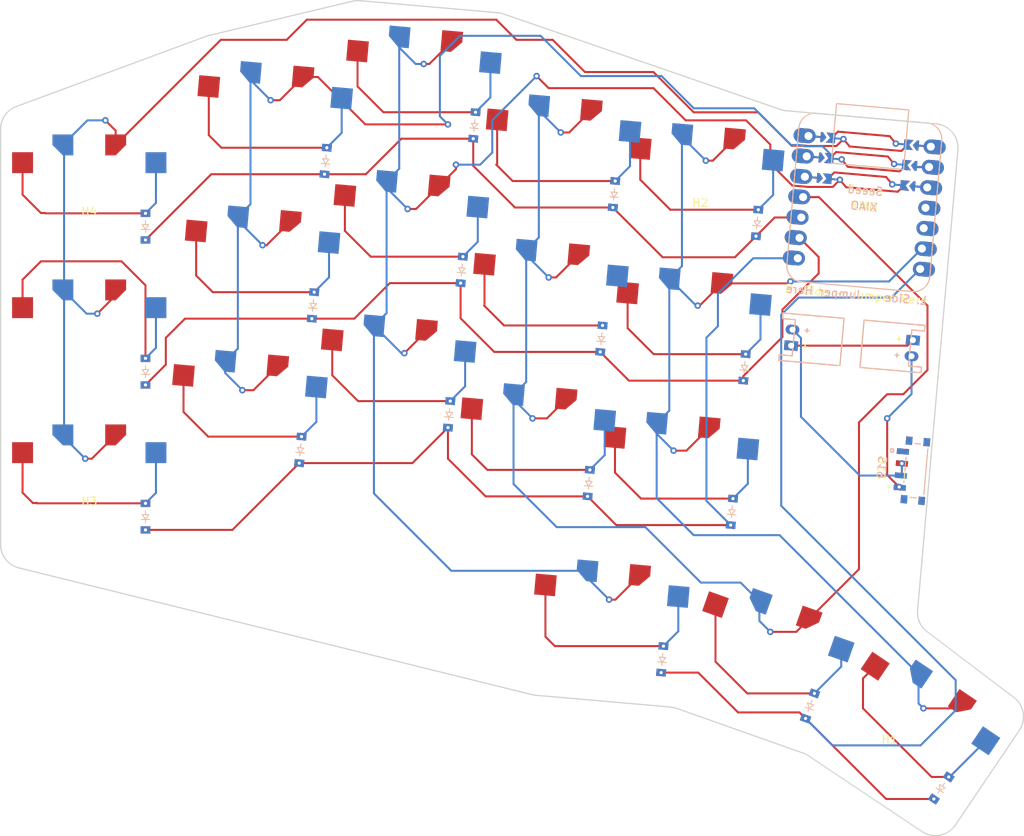
<source format=kicad_pcb>
(kicad_pcb (version 20240108) (generator "pcbnew") (generator_version "8.0")
  (title_block (title "boardPcb") (rev "v1.0.0") (company "Unknown"))
  (layers (0 "F.Cu" signal) (31 "B.Cu" signal) (34 "B.Paste" user) (35 "F.Paste" user) (36 "B.SilkS" user "B.Silkscreen") (37 "F.SilkS" user "F.Silkscreen") (38 "B.Mask" user) (39 "F.Mask" user) (44 "Edge.Cuts" user))
  (net 0 "")
  (net 1 "Net-(D1-A)")
  (net 2 "Net-(D2-A)")
  (net 3 "Net-(D3-A)")
  (net 4 "Net-(D4-A)")
  (net 5 "Net-(D5-A)")
  (net 6 "Net-(D6-A)")
  (net 7 "Net-(D7-A)")
  (net 8 "Net-(D8-A)")
  (net 9 "Net-(D9-A)")
  (net 10 "Net-(D10-A)")
  (net 11 "Net-(D11-A)")
  (net 12 "Net-(D12-A)")
  (net 13 "Net-(D13-A)")
  (net 14 "Net-(D14-A)")
  (net 15 "Net-(D15-A)")
  (net 16 "Net-(D16-A)")
  (net 17 "Net-(D17-A)")
  (net 18 "Net-(D18-A)")
  (net 19 "Net-(JST1-Pin_1)")
  (net 20 "Net-(JST1-Pin_2)")
  (net 21 "Net-(JST2-Pin_2)")
  (net 24 "unconnected-(U1-VCC-Pad13)")
  (net 25 "unconnected-(U1-GND-Pad12)")
  (net 26 "Net-(D1-K)")
  (net 27 "Net-(D11-K)")
  (net 28 "Net-(D12-K)")
  (net 29 "Net-(D16-K)")
  (net 30 "Net-(S1-A)")
  (net 31 "Net-(S4-A)")
  (net 32 "Net-(S16-A)")
  (net 33 "Net-(S10-A)")
  (net 34 "Net-(S13-A)")
  (net 36 "unconnected-(U1-V3-Pad11)")
  (footprint "clackenFootprints:reversable_diode" (layer "F.Cu") (at 6.975552 -13.806658 90)
    (property "Reference" "D2" (hide yes))
    (property "Value" "1N4001" (hide yes))
  )
  (footprint "clackenFootprints:choc_switches" (layer "F.Cu") (at 58.523756 -40.611038 -5)
    (property "Reference" "S12" (hide yes))
    (property "Value" "SW_SPST" (hide yes))
  )
  (footprint "clackenFootprints:reversable_diode" (layer "F.Cu") (at 65.10729 -35.825694 85)
    (property "Reference" "D12" (hide yes))
    (property "Value" "1N4001" (hide yes))
  )
  (footprint "clackenFootprints:choc_switches" (layer "F.Cu") (at 41.202341 -49.153204 -5)
    (property "Reference" "S9" (hide yes))
    (property "Value" "SW_SPST" (hide yes))
  )
  (footprint "clackenFootprints:reversable_diode" (layer "F.Cu") (at 61.969683 0.037316 85)
    (property "Reference" "D10" (hide yes))
    (property "Value" "1N4001" (hide yes))
  )
  (footprint "clackenFootprints:choc_switches" (layer "F.Cu") (at 21.179099 -26.813335 -5)
    (property "Reference" "S5" (hide yes))
    (property "Value" "SW_SPST" (hide yes))
  )
  (footprint "clackenFootprints:JST_angled" (layer "F.Cu") (at 87.164579 -18.028894 85)
    (property "Reference" "JST1" (hide yes))
    (property "Value" "Conn_01x02" (hide yes))
  )
  (footprint "clackenFootprints:reversable_diode" (layer "F.Cu") (at 27.762633 -22.02799 85)
    (property "Reference" "D5" (hide yes))
    (property "Value" "1N4001" (hide yes))
  )
  (footprint "clackenFootprints:choc_switches" (layer "F.Cu") (at 84.246109 21.41503 -19.5)
    (property "Reference" "S17" (hide yes))
    (property "Value" "SW_SPST" (hide yes))
  )
  (footprint "clackenFootprints:reversable_diode" (layer "F.Cu") (at 26.19383 -4.096486 85)
    (property "Reference" "D4" (hide yes))
    (property "Value" "1N4001" (hide yes))
  )
  (footprint "clackenFootprints:choc_switches" (layer "F.Cu") (at 39.633538 -31.2217 -5)
    (property "Reference" "S8" (hide yes))
    (property "Value" "SW_SPST" (hide yes))
  )
  (footprint "clackenFootprints:JST_angled" (layer "F.Cu") (at 102.1075 -16.721558 -95)
    (property "Reference" "JST2" (hide yes))
    (property "Value" "Conn_01x02" (hide yes))
  )
  (footprint "clackenFootprints:choc_switches" (layer "F.Cu") (at 76.280949 -37.049845 -5)
    (property "Reference" "S15" (hide yes))
    (property "Value" "SW_SPST" (hide yes))
  )
  (footprint "clackenFootprints:reversable_diode" (layer "F.Cu") (at 89.421788 27.696335 70.5)
    (property "Reference" "D17" (hide yes))
    (property "Value" "1N4001" (hide yes))
  )
  (footprint "clackenFootprints:choc_switches" (layer "F.Cu") (at 74.712145 -19.118341 -5)
    (property "Reference" "S14" (hide yes))
    (property "Value" "SW_SPST" (hide yes))
  )
  (footprint "MountingHole:MountingHole_2.2mm_M2" (layer "F.Cu") (at 0 -30.5)
    (property "Reference" "H4")
    (property "Value" "MountingHole")
  )
  (footprint "clackenFootprints:choc_switches" (layer "F.Cu") (at 19.610296 -8.88183 -5)
    (property "Reference" "S4" (hide yes))
    (property "Value" "SW_SPST" (hide yes))
  )
  (footprint "clackenFootprints:reversable_diode" (layer "F.Cu") (at 29.331436 -39.959495 85)
    (property "Reference" "D6" (hide yes))
    (property "Value" "1N4001" (hide yes))
  )
  (footprint "clackenFootprints:choc_switches" (layer "F.Cu") (at 38.064735 -13.290195 -5)
    (property "Reference" "S7" (hide yes))
    (property "Value" "SW_SPST" (hide yes))
  )
  (footprint "clackenFootprints:reversable_diode" (layer "F.Cu") (at 81.295679 -14.332996 85)
    (property "Reference" "D14" (hide yes))
    (property "Value" "1N4001" (hide yes))
  )
  (footprint "clackenFootprints:choc_switches" (layer "F.Cu") (at 22.747902 -44.74484 -5)
    (property "Reference" "S6" (hide yes))
    (property "Value" "SW_SPST" (hide yes))
  )
  (footprint "clackenFootprints:seeed_xaio" (layer "F.Cu") (at 96.161265 -34.808633 -5)
    (property "Reference" "U1" (hide yes))
    (property "Value" "~" (hide yes))
  )
  (footprint "clackenFootprints:reversable_diode" (layer "F.Cu") (at 82.864483 -32.264501 85)
    (property "Reference" "D15" (hide yes))
    (property "Value" "1N4001" (hide yes))
  )
  (footprint "onOffFootprint:SW_SSSS811101" (layer "F.Cu") (at 102.5 -1.5 85)
    (property "Reference" "S20")
    (property "Value" "SSSS811101")
  )
  (footprint "clackenFootprints:reversable_diode" (layer "F.Cu") (at 71.097554 21.916118 85)
    (property "Reference" "D16" (hide yes))
    (property "Value" "1N4001" (hide yes))
  )
  (footprint "clackenFootprints:reversable_diode" (layer "F.Cu") (at 46.217072 -26.436355 85)
    (property "Reference" "D8" (hide yes))
    (property "Value" "1N4001" (hide yes))
  )
  (footprint "clackenFootprints:choc_switches" (layer "F.Cu") (at 102.276993 30.503343 -34)
    (property "Reference" "S18" (hide yes))
    (property "Value" "SW_SPST" (hide yes))
  )
  (footprint "clackenFootprints:choc_switches" (layer "F.Cu") (at 73.143342 -1.186836 -5)
    (property "Reference" "S13" (hide yes))
    (property "Value" "SW_SPST" (hide yes))
  )
  (footprint "clackenFootprints:choc_switches" (layer "F.Cu") (at 0 -36)
    (property "Reference" "S3" (hide yes))
    (property "Value" "SW_SPST" (hide yes))
  )
  (footprint "MountingHole:MountingHole_2.2mm_M2" (layer "F.Cu") (at 75.801592 -31.570775)
    (property "Reference" "H2")
    (property "Value" "MountingHole")
  )
  (footprint "clackenFootprints:reversable_diode" (layer "F.Cu") (at 79.726876 3.598508 85)
    (property "Reference" "D13" (hide yes))
    (property "Value" "1N4001" (hide yes))
  )
  (footprint "clackenFootprints:choc_switches" (layer "F.Cu") (at 56.954952 -22.679533 -5)
    (property "Reference" "S11" (hide yes))
    (property "Value" "SW_SPST" (hide yes))
  )
  (footprint "clackenFootprints:reversable_diode" (layer "F.Cu") (at 6.975552 -31.806658 90)
    (property "Reference" "D3" (hide yes))
    (property "Value" "1N4001" (hide yes))
  )
  (footprint "clackenFootprints:reversable_diode" (layer "F.Cu") (at 105.7151 37.88046 56)
    (property "Reference" "D18" (hide yes))
    (property "Value" "1N4001" (hide yes))
  )
  (footprint "clackenFootprints:reversable_diode" (layer "F.Cu") (at 63.538486 -17.894189 85)
    (property "Reference" "D11" (hide yes))
    (property "Value" "1N4001" (hide yes))
  )
  (footprint "clackenFootprints:choc_switches" (layer "F.Cu") (at 55.386149 -4.748029 -5)
    (property "Reference" "S10" (hide yes))
    (property "Value" "SW_SPST" (hide yes))
  )
  (footprint "clackenFootprints:choc_switches" (layer "F.Cu") (at 0 0)
    (property "Reference" "S1" (hide yes))
    (property "Value" "SW_SPST" (hide yes))
  )
  (footprint "clackenFootprints:reversable_diode" (layer "F.Cu") (at 47.785875 -44.36786 85)
    (property "Reference" "D9" (hide yes))
    (property "Value" "1N4001" (hide yes))
  )
  (footprint "clackenFootprints:choc_switches" (layer "F.Cu") (at 0 -18)
    (property "Reference" "S2" (hide yes))
    (property "Value" "SW_SPST" (hide yes))
  )
  (footprint "clackenFootprints:reversable_diode" (layer "F.Cu") (at 6.975552 4.193342 90)
    (property "Reference" "D1" (hide yes))
    (property "Value" "1N4001" (hide yes))
  )
  (footprint "clackenFootprints:reversable_diode" (layer "F.Cu") (at 44.648269 -8.504851 85)
    (property "Reference" "D7" (hide yes))
    (property "Value" "1N4001" (hide yes))
  )
  (footprint "clackenFootprints:choc_switches" (layer "F.Cu") (at 64.51402 17.130773 -5)
    (property "Reference" "S16" (hide yes))
    (property "Value" "SW_SPST" (hide yes))
  )
  (footprint "MountingHole:MountingHole_2.2mm_M2" (layer "F.Cu") (at 99.291432 35.06305)
    (property "Reference" "H1")
    (property "Value" "MountingHole")
  )
  (footprint "MountingHole:MountingHole_2.2mm_M2" (layer "F.Cu") (at 0 5.5)
    (property "Reference" "H3")
    (property "Value" "MountingHole")
  )
  (footprint "onOffFootprint:SW_SSSS811101" (layer "B.Cu") (at 102.5 -1.5 -95)
    (property "Reference" "S19")
    (property "Value" "SSSS811101")
  )
  (gr_arc (start -11 -43.911182) (mid -10.461999 -45.625404) (end -9.040961 -46.724792) (stroke (width 0.15)) (layer "Edge.Cuts"))
  (gr_arc (start 105.045958 -44.571431) (mid 107.082624 -43.51121) (end 107.773075 -41.32138) (stroke (width 0.15)) (layer "Edge.Cuts"))
  (gr_arc (start 50.67174 -58.362938) (mid 51.034936 -58.308599) (end 51.388771 -58.210291) (stroke (width 0.15)) (layer "Edge.Cuts"))
  (gr_line (start 33.593127 -59.857123) (end 50.671739 -58.362938) (stroke (width 0.15)) (layer "Edge.Cuts"))
  (gr_arc (start 107.473693 42.470126) (mid 105.566364 43.73599) (end 103.321452 43.288013) (stroke (width 0.15)) (layer "Edge.Cuts"))
  (gr_line (start 86.48617 -46.195203) (end 105.045958 -44.571432) (stroke (width 0.15)) (layer "Edge.Cuts"))
  (gr_arc (start -8.719659 10.563476) (mid -10.362094 9.500536) (end -11 7.651073) (stroke (width 0.15)) (layer "Edge.Cuts"))
  (gr_arc (start 103.945845 18.471535) (mid 103.015876 17.296364) (end 102.77038 15.817986) (stroke (width 0.15)) (layer "Edge.Cuts"))
  (gr_line (start 103.321452 43.288013) (end 89.231622 33.886407) (stroke (width 0.15)) (layer "Edge.Cuts"))
  (gr_line (start 88.567914 33.553948) (end 72.895588 28.004086) (stroke (width 0.15)) (layer "Edge.Cuts"))
  (gr_line (start 115.401368 30.716864) (end 107.473693 42.470126) (stroke (width 0.15)) (layer "Edge.Cuts"))
  (gr_line (start 72.895588 28.004086) (end 72.110118 27.833544) (stroke (width 0.15)) (layer "Edge.Cuts"))
  (gr_line (start -11 7.651073) (end -11 -43.911182) (stroke (width 0.15)) (layer "Edge.Cuts"))
  (gr_line (start 51.388771 -58.210291) (end 85.769139 -46.347849) (stroke (width 0.15)) (layer "Edge.Cuts"))
  (gr_line (start 107.773075 -41.32138) (end 103.284633 9.981746) (stroke (width 0.15)) (layer "Edge.Cuts"))
  (gr_line (start -9.040961 -46.724792) (end 14.484868 -55.428722) (stroke (width 0.15)) (layer "Edge.Cuts"))
  (gr_arc (start 86.486171 -46.195202) (mid 86.122975 -46.249541) (end 85.769139 -46.347849) (stroke (width 0.15)) (layer "Edge.Cuts"))
  (gr_arc (start 103.284633 9.981746) (mid 103.284552 9.982673) (end 103.28447 9.9836) (stroke (width 0.15)) (layer "Edge.Cuts"))
  (gr_arc (start 114.727211 26.649059) (mid 115.873885 28.548787) (end 115.401368 30.716864) (stroke (width 0.15)) (layer "Edge.Cuts"))
  (gr_line (start 103.28447 9.9836) (end 102.77038 15.817986) (stroke (width 0.15)) (layer "Edge.Cuts"))
  (gr_arc (start 55.406861 26.372198) (mid 55.176288 26.342988) (end 54.948669 26.296017) (stroke (width 0.15)) (layer "Edge.Cuts"))
  (gr_arc (start 32.634636 -59.786442) (mid 33.111033 -59.860415) (end 33.593127 -59.857123) (stroke (width 0.15)) (layer "Edge.Cuts"))
  (gr_line (start 103.945845 18.471535) (end 114.727212 26.649058) (stroke (width 0.15)) (layer "Edge.Cuts"))
  (gr_line (start 14.828805 -55.533015) (end 32.634636 -59.786442) (stroke (width 0.15)) (layer "Edge.Cuts"))
  (gr_arc (start 88.567914 33.553948) (mid 88.910091 33.69957) (end 89.231622 33.886407) (stroke (width 0.15)) (layer "Edge.Cuts"))
  (gr_line (start 72.110118 27.833544) (end 55.406861 26.372198) (stroke (width 0.15)) (layer "Edge.Cuts"))
  (gr_line (start 54.948669 26.296017) (end -8.719659 10.563476) (stroke (width 0.15)) (layer "Edge.Cuts"))
  (gr_arc (start 14.484868 -55.428722) (mid 14.655273 -55.486024) (end 14.828805 -55.533015) (stroke (width 0.15)) (layer "Edge.Cuts"))
  (segment (start 102.42 -41.91) (end 104.42 -41.74) (width 0.25) (layer "F.Cu") (net 0))
  (segment (start 90.78 -37.83) (end 88.79 -38) (width 0.25) (layer "F.Cu") (net 0))
  (segment (start 102.376942 -39.205175) (end 104.19502 -39.205175) (width 0.25) (layer "F.Cu") (net 0))
  (segment (start 91.23 -42.89) (end 89.23 -43.06) (width 0.25) (layer "F.Cu") (net 0))
  (segment (start 101.98 -36.85) (end 103.97 -36.67) (width 0.25) (layer "F.Cu") (net 0))
  (segment (start 91.01 -40.36) (end 89.01 -40.53) (width 0.25) (layer "F.Cu") (net 0))
  (segment (start 102.20263 -39.379487) (end 102.376942 -39.205175) (width 0.25) (layer "F.Cu") (net 0))
  (segment (start 101.98 -36.85) (end 103.97 -36.67) (width 0.25) (layer "B.Cu") (net 0))
  (segment (start 90.78 -37.83) (end 88.79 -38) (width 0.25) (layer "B.Cu") (net 0))
  (segment (start 102.372117 -39.21) (end 104.2 -39.21) (width 0.25) (layer "B.Cu") (net 0))
  (segment (start 102.42 -41.91) (end 104.42 -41.74) (width 0.25) (layer "B.Cu") (net 0))
  (segment (start 91.01 -40.36) (end 89.01 -40.53) (width 0.25) (layer "B.Cu") (net 0))
  (segment (start 102.20263 -39.379487) (end 102.372117 -39.21) (width 0.25) (layer "B.Cu") (net 0))
  (segment (start 91.23 -42.89) (end 89.23 -43.06) (width 0.25) (layer "B.Cu") (net 0))
  (segment (start -6.456658 2.543342) (end 6.975552 2.543342) (width 0.25) (layer "F.Cu") (net 1))
  (segment (start -8.275 1.225) (end -7 2.5) (width 0.25) (layer "F.Cu") (net 1))
  (segment (start -6.5 2.5) (end -6.456658 2.543342) (width 0.25) (layer "F.Cu") (net 1))
  (segment (start -7 2.5) (end -6.5 2.5) (width 0.25) (layer "F.Cu") (net 1))
  (segment (start -8.275 -3.75) (end -8.275 1.225) (width 0.25) (layer "F.Cu") (net 1))
  (segment (start 8.275 1.243894) (end 6.975552 2.543342) (width 0.25) (layer "B.Cu") (net 1))
  (segment (start 8.275 -3.75) (end 8.275 1.243894) (width 0.25) (layer "B.Cu") (net 1))
  (segment (start -6 -27.5) (end 4 -27.5) (width 0.25) (layer "F.Cu") (net 2))
  (segment (start 4 -27.5) (end 6.975552 -24.524448) (width 0.25) (layer "F.Cu") (net 2))
  (segment (start -8.275 -25.225) (end -6 -27.5) (width 0.25) (layer "F.Cu") (net 2))
  (segment (start 6.975552 -24.524448) (end 6.975552 -15.456658) (width 0.25) (layer "F.Cu") (net 2))
  (segment (start -8.275 -21.75) (end -8.275 -25.225) (width 0.25) (layer "F.Cu") (net 2))
  (segment (start 8.275 -21.75) (end 8.275 -16.756106) (width 0.25) (layer "B.Cu") (net 2))
  (segment (start 8.275 -16.756106) (end 6.975552 -15.456658) (width 0.25) (layer "B.Cu") (net 2))
  (segment (start -5.5 -33.5) (end -5.456658 -33.456658) (width 0.25) (layer "F.Cu") (net 3))
  (segment (start -6 -33.5) (end -5.5 -33.5) (width 0.25) (layer "F.Cu") (net 3))
  (segment (start -8.275 -39.75) (end -8.275 -35.775) (width 0.25) (layer "F.Cu") (net 3))
  (segment (start -5.456658 -33.456658) (end 6.975552 -33.456658) (width 0.25) (layer "F.Cu") (net 3))
  (segment (start -8.275 -35.775) (end -6 -33.5) (width 0.25) (layer "F.Cu") (net 3))
  (segment (start 8.275 -39.75) (end 8.275 -34.756106) (width 0.25) (layer "B.Cu") (net 3))
  (segment (start 8.275 -34.756106) (end 6.975552 -33.456658) (width 0.25) (layer "B.Cu") (net 3))
  (segment (start 11.693619 -8.806381) (end 11.693619 -13.338774) (width 0.25) (layer "F.Cu") (net 4))
  (segment (start 26.337637 -5.740207) (end 14.759793 -5.740207) (width 0.25) (layer "F.Cu") (net 4))
  (segment (start 14.759793 -5.740207) (end 11.693619 -8.806381) (width 0.25) (layer "F.Cu") (net 4))
  (segment (start 28.180641 -11.896346) (end 28.180641 -7.583211) (width 0.25) (layer "B.Cu") (net 4))
  (segment (start 28.180641 -7.583211) (end 26.337637 -5.740207) (width 0.25) (layer "B.Cu") (net 4))
  (segment (start 13.262422 -31.270279) (end 13.262422 -25.737578) (width 0.25) (layer "F.Cu") (net 5))
  (segment (start 13.262422 -25.737578) (end 15.328289 -23.671711) (width 0.25) (layer "F.Cu") (net 5))
  (segment (start 15.328289 -23.671711) (end 27.90644 -23.671711) (width 0.25) (layer "F.Cu") (net 5))
  (segment (start 29.749444 -25.514715) (end 27.90644 -23.671711) (width 0.25) (layer "B.Cu") (net 5))
  (segment (start 29.749444 -29.827851) (end 29.749444 -25.514715) (width 0.25) (layer "B.Cu") (net 5))
  (segment (start 14.831225 -43.168775) (end 16.396784 -41.603216) (width 0.25) (layer "F.Cu") (net 6))
  (segment (start 14.831225 -49.201784) (end 14.831225 -43.168775) (width 0.25) (layer "F.Cu") (net 6))
  (segment (start 16.396784 -41.603216) (end 29.475243 -41.603216) (width 0.25) (layer "F.Cu") (net 6))
  (segment (start 31.318247 -43.44622) (end 29.475243 -41.603216) (width 0.25) (layer "B.Cu") (net 6))
  (segment (start 31.318247 -47.759356) (end 31.318247 -43.44622) (width 0.25) (layer "B.Cu") (net 6))
  (segment (start 44.792076 -10.148572) (end 33.351428 -10.148572) (width 0.25) (layer "F.Cu") (net 7))
  (segment (start 30.148058 -13.351942) (end 30.148058 -17.747139) (width 0.25) (layer "F.Cu") (net 7))
  (segment (start 33.351428 -10.148572) (end 30.148058 -13.351942) (width 0.25) (layer "F.Cu") (net 7))
  (segment (start 46.63508 -11.991576) (end 44.792076 -10.148572) (width 0.25) (layer "B.Cu") (net 7))
  (segment (start 46.63508 -16.304711) (end 46.63508 -11.991576) (width 0.25) (layer "B.Cu") (net 7))
  (segment (start 31.716861 -31.283139) (end 34.919924 -28.080076) (width 0.25) (layer "F.Cu") (net 8))
  (segment (start 31.716861 -35.678644) (end 31.716861 -31.283139) (width 0.25) (layer "F.Cu") (net 8))
  (segment (start 34.919924 -28.080076) (end 46.360879 -28.080076) (width 0.25) (layer "F.Cu") (net 8))
  (segment (start 48.203883 -29.92308) (end 46.360879 -28.080076) (width 0.25) (layer "B.Cu") (net 8))
  (segment (start 48.203883 -34.236216) (end 48.203883 -29.92308) (width 0.25) (layer "B.Cu") (net 8))
  (segment (start 36.488419 -46.011581) (end 47.929682 -46.011581) (width 0.25) (layer "F.Cu") (net 9))
  (segment (start 33.285664 -49.214336) (end 36.488419 -46.011581) (width 0.25) (layer "F.Cu") (net 9))
  (segment (start 33.285664 -53.610148) (end 33.285664 -49.214336) (width 0.25) (layer "F.Cu") (net 9))
  (segment (start 49.772686 -47.854585) (end 47.929682 -46.011581) (width 0.25) (layer "B.Cu") (net 9))
  (segment (start 49.772686 -52.16772) (end 49.772686 -47.854585) (width 0.25) (layer "B.Cu") (net 9))
  (segment (start 47.469472 -9.204973) (end 47.469472 -3.530528) (width 0.25) (layer "F.Cu") (net 10))
  (segment (start 49.393595 -1.606405) (end 62.11349 -1.606405) (width 0.25) (layer "F.Cu") (net 10))
  (segment (start 47.469472 -3.530528) (end 49.393595 -1.606405) (width 0.25) (layer "F.Cu") (net 10))
  (segment (start 63.956494 -3.449409) (end 62.11349 -1.606405) (width 0.25) (layer "B.Cu") (net 10))
  (segment (start 63.956494 -7.762545) (end 63.956494 -3.449409) (width 0.25) (layer "B.Cu") (net 10))
  (segment (start 49.038275 -27.136477) (end 49.038275 -22.038275) (width 0.25) (layer "F.Cu") (net 11))
  (segment (start 49 -22) (end 51.46209 -19.53791) (width 0.25) (layer "F.Cu") (net 11))
  (segment (start 49.038275 -22.038275) (end 49 -22) (width 0.25) (layer "F.Cu") (net 11))
  (segment (start 51.46209 -19.53791) (end 63.682293 -19.53791) (width 0.25) (layer "F.Cu") (net 11))
  (segment (start 50.5 -39.5) (end 52.530585 -37.469415) (width 0.25) (layer "F.Cu") (net 12))
  (segment (start 52.530585 -37.469415) (end 65.251097 -37.469415) (width 0.25) (layer "F.Cu") (net 12))
  (segment (start 50.607079 -39.607079) (end 50.5 -39.5) (width 0.25) (layer "F.Cu") (net 12))
  (segment (start 50.607079 -45.067982) (end 50.607079 -39.607079) (width 0.25) (layer "F.Cu") (net 12))
  (segment (start 67.094101 -39.312419) (end 65.251097 -37.469415) (width 0.25) (layer "B.Cu") (net 12))
  (segment (start 67.094101 -43.625554) (end 67.094101 -39.312419) (width 0.25) (layer "B.Cu") (net 12))
  (segment (start 65.226665 -5.64378) (end 65.226665 -1.273335) (width 0.25) (layer "F.Cu") (net 13))
  (segment (start 65.226665 -1.273335) (end 68.454787 1.954787) (width 0.25) (layer "F.Cu") (net 13))
  (segment (start 68.454787 1.954787) (end 79.870683 1.954787) (width 0.25) (layer "F.Cu") (net 13))
  (segment (start 81.713687 -4.201352) (end 81.713687 0.111783) (width 0.25) (layer "B.Cu") (net 13))
  (segment (start 81.713687 0.111783) (end 79.870683 1.954787) (width 0.25) (layer "B.Cu") (net 13))
  (segment (start 66.795468 -19.204532) (end 70.023283 -15.976717) (width 0.25) (layer "F.Cu") (net 14))
  (segment (start 66.795468 -23.575285) (end 66.795468 -19.204532) (width 0.25) (layer "F.Cu") (net 14))
  (segment (start 70.023283 -15.976717) (end 81.439486 -15.976717) (width 0.25) (layer "F.Cu") (net 14))
  (segment (start 83.28249 -22.132857) (end 83.28249 -17.819721) (width 0.25) (layer "B.Cu") (net 14))
  (segment (start 83.28249 -17.819721) (end 81.439486 -15.976717) (width 0.25) (layer "B.Cu") (net 14))
  (segment (start 68.364272 -37.635728) (end 72.091778 -33.908222) (width 0.25) (layer "F.Cu") (net 15))
  (segment (start 68.364272 -41.506789) (end 68.364272 -37.635728) (width 0.25) (layer "F.Cu") (net 15))
  (segment (start 72.091778 -33.908222) (end 83.00829 -33.908222) (width 0.25) (layer "F.Cu") (net 15))
  (segment (start 84.851294 -40.064361) (end 84.851294 -35.751226) (width 0.25) (layer "B.Cu") (net 15))
  (segment (start 84.851294 -35.751226) (end 83.00829 -33.908222) (width 0.25) (layer "B.Cu") (net 15))
  (segment (start 56.597343 12.673829) (end 56.597343 19.097343) (width 0.25) (layer "F.Cu") (net 16))
  (segment (start 56.597343 19.097343) (end 57.772397 20.272397) (width 0.25) (layer "F.Cu") (net 16))
  (segment (start 57.772397 20.272397) (end 71.241361 20.272397) (width 0.25) (layer "F.Cu") (net 16))
  (segment (start 71.241361 20.272397) (end 73.084365 18.429393) (width 0.25) (layer "B.Cu") (net 16))
  (segment (start 73.084365 18.429393) (end 73.084365 14.116257) (width 0.25) (layer "B.Cu") (net 16))
  (segment (start 77.697526 22.197526) (end 81.640977 26.140977) (width 0.25) (layer "F.Cu") (net 17))
  (segment (start 81.640977 26.140977) (end 89.972569 26.140977) (width 0.25) (layer "F.Cu") (net 17))
  (segment (start 77.697526 15.117873) (end 77.697526 22.197526) (width 0.25) (layer "F.Cu") (net 17))
  (segment (start 93.298243 22.815303) (end 89.972569 26.140977) (width 0.25) (layer "B.Cu") (net 17))
  (segment (start 93.298243 20.642376) (end 93.298243 22.815303) (width 0.25) (layer "B.Cu") (net 17))
  (segment (start 96 24.280811) (end 97.51368 22.767131) (width 0.25) (layer "F.Cu") (net 18))
  (segment (start 104.512548 36.512548) (end 96 28) (width 0.25) (layer "F.Cu") (net 18))
  (segment (start 96 28) (end 96 24.280811) (width 0.25) (layer "F.Cu") (net 18))
  (segment (start 106.637768 36.512548) (end 104.512548 36.512548) (width 0.25) (layer "F.Cu") (net 18))
  (segment (start 106.743477 36.512548) (end 106.637768 36.512548) (width 0.25) (layer "B.Cu") (net 18))
  (segment (start 111.234252 32.021773) (end 106.743477 36.512548) (width 0.25) (layer "B.Cu") (net 18))
  (segment (start 101.509602 -17.032699) (end 102.194656 -17.717753) (width 0.25) (layer "F.Cu") (net 19))
  (segment (start 87.077423 -17.032699) (end 101.509602 -17.032699) (width 0.25) (layer "F.Cu") (net 19))
  (via (at 100.822026 -2.399669) (size 0.8) (drill 0.4) (layers "F.Cu" "B.Cu") (net 20))
  (segment (start 88.301482 -17.975342) (end 88.301482 -8.198518) (width 0.25) (layer "B.Cu") (net 20))
  (segment (start 100.822026 -1.03611) (end 100.691292 -0.905376) (width 0.25) (layer "B.Cu") (net 20))
  (segment (start 87.251735 -19.025089) (end 88.301482 -17.975342) (width 0.25) (layer "B.Cu") (net 20))
  (segment (start 95.594624 -0.905376) (end 100.691292 -0.905376) (width 0.25) (layer "B.Cu") (net 20))
  (segment (start 100.822026 -2.399669) (end 100.822026 -1.03611) (width 0.25) (layer "B.Cu") (net 20))
  (segment (start 88.301482 -8.198518) (end 95.594624 -0.905376) (width 0.25) (layer "B.Cu") (net 20))
  (segment (start 100.485821 0.514179) (end 100.485822 0.514179) (width 0.25) (layer "F.Cu") (net 21))
  (segment (start 100.485821 0.514178) (end 100.485821 0.514179) (width 0.25) (layer "F.Cu") (net 21))
  (segment (start 99 -0.971643) (end 100.485821 0.514178) (width 0.25) (layer "F.Cu") (net 21))
  (segment (start 100.485822 0.514179) (end 100.560559 0.588916) (width 0.25) (layer "F.Cu") (net 21))
  (segment (start 99 -8) (end 99 -0.971643) (width 0.25) (layer "F.Cu") (net 21))
  (via (at 99 -8) (size 0.8) (drill 0.4) (layers "F.Cu" "B.Cu") (net 21))
  (via (at 100.485821 0.514179) (size 0.8) (drill 0.4) (layers "F.Cu" "B.Cu") (net 21))
  (segment (start 102.020344 -11.020344) (end 99 -8) (width 0.25) (layer "B.Cu") (net 21))
  (segment (start 102.020344 -15.725363) (end 102.020344 -11.020344) (width 0.25) (layer "B.Cu") (net 21))
  (segment (start 92.89 -43.6) (end 99.31 -43.04) (width 0.25) (layer "F.Cu") (net 24))
  (segment (start 99.31 -43.04) (end 100.07 -42.12) (width 0.25) (layer "F.Cu") (net 24))
  (segment (start 92.07 -42.82) (end 92.89 -43.6) (width 0.25) (layer "F.Cu") (net 24))
  (segment (start 101.58 -41.98) (end 100.07 -42.12) (width 0.25) (layer "B.Cu") (net 24))
  (segment (start 91.85 -40.29) (end 92.67 -41.07) (width 0.25) (layer "F.Cu") (net 25))
  (segment (start 99.09 -40.51) (end 99.85 -39.59) (width 0.25) (layer "F.Cu") (net 25))
  (segment (start 92.67 -41.07) (end 99.09 -40.51) (width 0.25) (layer "F.Cu") (net 25))
  (segment (start 101.36 -39.45) (end 99.85 -39.59) (width 0.25) (layer "B.Cu") (net 25))
  (segment (start 65.387068 5.242229) (end 79.583069 5.242229) (width 0.25) (layer "F.Cu") (net 26))
  (segment (start 44.504462 -2.995538) (end 49.181037 1.681037) (width 0.25) (layer "F.Cu") (net 26))
  (segment (start 44.504462 -6.86113) (end 44.504462 -2.995538) (width 0.25) (layer "F.Cu") (net 26))
  (segment (start 6.975552 5.843342) (end 17.753916 5.843342) (width 0.25) (layer "F.Cu") (net 26))
  (segment (start 26.050023 -2.452765) (end 40.096097 -2.452765) (width 0.25) (layer "F.Cu") (net 26))
  (segment (start 40.096097 -2.452765) (end 44.504462 -6.86113) (width 0.25) (layer "F.Cu") (net 26))
  (segment (start 17.753916 5.843342) (end 26.050023 -2.452765) (width 0.25) (layer "F.Cu") (net 26))
  (segment (start 61.825876 1.681037) (end 65.387068 5.242229) (width 0.25) (layer "F.Cu") (net 26))
  (segment (start 49.181037 1.681037) (end 61.825876 1.681037) (width 0.25) (layer "F.Cu") (net 26))
  (segment (start 78 -19.451197) (end 78 -23.5) (width 0.25) (layer "B.Cu") (net 26))
  (segment (start 76.576152 -18.027349) (end 78 -19.451197) (width 0.25) (layer "B.Cu") (net 26))
  (segment (start 78 -23.5) (end 82.381756 -27.881756) (width 0.25) (layer "B.Cu") (net 26))
  (segment (start 79.583069 5.242229) (end 76.576152 2.235312) (width 0.25) (layer "B.Cu") (net 26))
  (segment (start 82.381756 -27.881756) (end 87.906135 -27.881756) (width 0.25) (layer "B.Cu") (net 26))
  (segment (start 76.576152 2.235312) (end 76.576152 -18.027349) (width 0.25) (layer "B.Cu") (net 26))
  (segment (start 32.884269 -20.384269) (end 37.292634 -24.792634) (width 0.25) (layer "F.Cu") (net 27))
  (segment (start 81.151872 -12.689275) (end 81.151872 -13.25496) (width 0.25) (layer "F.Cu") (net 27))
  (segment (start 50.249532 -16.250468) (end 63.394679 -16.250468) (width 0.25) (layer "F.Cu") (net 27))
  (segment (start 6.975552 -12.156658) (end 9.5 -14.681106) (width 0.25) (layer "F.Cu") (net 27))
  (segment (start 63.394679 -16.250468) (end 66.955872 -12.689275) (width 0.25) (layer "F.Cu") (net 27))
  (segment (start 90.5 -28.039601) (end 88.12751 -30.412091) (width 0.25) (layer "F.Cu") (net 27))
  (segment (start 9.5 -14.681106) (end 9.5 -18) (width 0.25) (layer "F.Cu") (net 27))
  (segment (start 81.151872 -13.25496) (end 86 -18.103088) (width 0.25) (layer "F.Cu") (net 27))
  (segment (start 66.955872 -12.689275) (end 81.151872 -12.689275) (width 0.25) (layer "F.Cu") (net 27))
  (segment (start 11.884269 -20.384269) (end 27.618826 -20.384269) (width 0.25) (layer "F.Cu") (net 27))
  (segment (start 37.292634 -24.792634) (end 46.073265 -24.792634) (width 0.25) (layer "F.Cu") (net 27))
  (segment (start 90.5 -26) (end 90.5 -28.039601) (width 0.25) (layer "F.Cu") (net 27))
  (segment (start 27.618826 -20.384269) (end 32.884269 -20.384269) (width 0.25) (layer "F.Cu") (net 27))
  (segment (start 9.5 -18) (end 11.884269 -20.384269) (width 0.25) (layer "F.Cu") (net 27))
  (segment (start 46.073265 -20.426735) (end 50.249532 -16.250468) (width 0.25) (layer "F.Cu") (net 27))
  (segment (start 86 -21.5) (end 90.5 -26) (width 0.25) (layer "F.Cu") (net 27))
  (segment (start 46.073265 -24.792634) (end 46.073265 -20.426735) (width 0.25) (layer "F.Cu") (net 27))
  (segment (start 86 -18.103088) (end 86 -21.5) (width 0.25) (layer "F.Cu") (net 27))
  (segment (start 47.642068 -39.357932) (end 52.818027 -34.181973) (width 0.25) (layer "F.Cu") (net 28))
  (segment (start 34.315774 -38.315774) (end 38.724139 -42.724139) (width 0.25) (layer "F.Cu") (net 28))
  (segment (start 85.042321 -32.942425) (end 88.348886 -32.942425) (width 0.25) (layer "F.Cu") (net 28))
  (segment (start 29.187629 -38.315774) (end 34.315774 -38.315774) (width 0.25) (layer "F.Cu") (net 28))
  (segment (start 82.720676 -30.62078) (end 85.042321 -32.942425) (width 0.25) (layer "F.Cu") (net 28))
  (segment (start 52.818027 -34.181973) (end 64.963483 -34.181973) (width 0.25) (layer "F.Cu") (net 28))
  (segment (start 15.134668 -38.315774) (end 29.187629 -38.315774) (width 0.25) (layer "F.Cu") (net 28))
  (segment (start 64.963483 -34.181973) (end 71.145456 -28) (width 0.25) (layer "F.Cu") (net 28))
  (segment (start 71.145456 -28) (end 80.099896 -28) (width 0.25) (layer "F.Cu") (net 28))
  (segment (start 38.724139 -42.724139) (end 47.642068 -42.724139) (width 0.25) (layer "F.Cu") (net 28))
  (segment (start 47.642068 -42.724139) (end 47.642068 -39.357932) (width 0.25) (layer "F.Cu") (net 28))
  (segment (start 6.975552 -30.156658) (end 15.134668 -38.315774) (width 0.25) (layer "F.Cu") (net 28))
  (segment (start 80.099896 -28) (end 82.720676 -30.62078) (width 0.25) (layer "F.Cu") (net 28))
  (segment (start 75.559839 23.559839) (end 80.5 28.5) (width 0.25) (layer "F.Cu") (net 29))
  (segment (start 88.119314 28.5) (end 88.871007 29.251693) (width 0.25) (layer "F.Cu") (net 29))
  (segment (start 70.953747 23.559839) (end 75.559839 23.559839) (width 0.25) (layer "F.Cu") (net 29))
  (segment (start 98.867686 39.248372) (end 104.792432 39.248372) (width 0.25) (layer "F.Cu") (net 29))
  (segment (start 88.871007 29.251693) (end 98.867686 39.248372) (width 0.25) (layer "F.Cu") (net 29))
  (segment (start 80.5 28.5) (end 88.119314 28.5) (width 0.25) (layer "F.Cu") (net 29))
  (segment (start 99.534639 -23) (end 103.088142 -26.553503) (width 0.25) (layer "B.Cu") (net 29))
  (segment (start 88 -23) (end 99.534639 -23) (width 0.25) (layer "B.Cu") (net 29))
  (segment (start 92.212157 32.592843) (end 103.142492 32.592843) (width 0.25) (layer "B.Cu") (net 29))
  (segment (start 107.5 24.5) (end 85.853364 2.853364) (width 0.25) (layer "B.Cu") (net 29))
  (segment (start 103.142492 32.592843) (end 107.5 28.235335) (width 0.25) (layer "B.Cu") (net 29))
  (segment (start 85.853364 -20.853364) (end 88 -23) (width 0.25) (layer "B.Cu") (net 29))
  (segment (start 88.871007 29.251693) (end 92.212157 32.592843) (width 0.25) (layer "B.Cu") (net 29))
  (segment (start 107.5 28.235335) (end 107.5 24.5) (width 0.25) (layer "B.Cu") (net 29))
  (segment (start 85.853364 2.853364) (end 85.853364 -20.853364) (width 0.25) (layer "B.Cu") (net 29))
  (segment (start 3.125 -6.1) (end 3.275 -5.95) (width 0.25) (layer "F.Cu") (net 30))
  (segment (start 3.275 -23.95) (end 3.275 -23.275) (width 0.25) (layer "F.Cu") (net 30))
  (segment (start 50.5 -57.5) (end 53 -55) (width 0.25) (layer "F.Cu") (net 30))
  (segment (start 3.275 -5.95) (end 0.325 -3) (width 0.25) (layer "F.Cu") (net 30))
  (segment (start 70 -51) (end 75 -46) (width 0.25) (layer "F.Cu") (net 30))
  (segment (start 75 -46) (end 83 -46) (width 0.25) (layer "F.Cu") (net 30))
  (segment (start 3.275 -23.275) (end 1 -21) (width 0.25) (layer "F.Cu") (net 30))
  (segment (start 87.144305 -41.855695) (end 88.987375 -41.855695) (width 0.25) (layer "F.Cu") (net 30))
  (segment (start 3.275 -41.95) (end 3.275 -43.725) (width 0.25) (layer "F.Cu") (net 30))
  (segment (start 27 -57.5) (end 50.5 -57.5) (width 0.25) (layer "F.Cu") (net 30))
  (segment (start 83 -46) (end 87.144305 -41.855695) (width 0.25) (layer "F.Cu") (net 30))
  (segment (start 94.34 -41.76) (end 93.58 -42.68) (width 0.25) (layer "F.Cu") (net 30))
  (segment (start 3.275 -43.725) (end 2 -45) (width 0.25) (layer "F.Cu") (net 30))
  (segment (start 61.5 -51) (end 70 -51) (width 0.25) (layer "F.Cu") (net 30))
  (segment (start 0.325 -3) (end -0.5 -3) (width 0.25) (layer "F.Cu") (net 30))
  (segment (start 24.5 -55) (end 27 -57.5) (width 0.25) (layer "F.Cu") (net 30))
  (segment (start 101.58 -41.98) (end 100.76 -41.2) (width 0.25) (layer "F.Cu") (net 30))
  (segment (start 3.275 -23.95) (end 3.125 -23.8) (width 0.25) (layer "F.Cu") (net 30))
  (segment (start 16.325 -55) (end 24.5 -55) (width 0.25) (layer "F.Cu") (net 30))
  (segment (start 100.76 -41.2) (end 94.34 -41.76) (width 0.25) (layer "F.Cu") (net 30))
  (segment (start 57.5 -55) (end 61.5 -51) (width 0.25) (layer "F.Cu") (net 30))
  (segment (start 92.71149 -41.819624) (end 93.575805 -42.683939) (width 0.25) (layer "F.Cu") (net 30))
  (segment (start 53 -55) (end 57.5 -55) (width 0.25) (layer "F.Cu") (net 30))
  (segment (start 3.275 -41.95) (end 16.325 -55) (width 0.25) (layer "F.Cu") (net 30))
  (segment (start 88.987375 -41.855695) (end 89.023446 -41.819624) (width 0.25) (layer "F.Cu") (net 30))
  (segment (start 89.023446 -41.819624) (end 92.71149 -41.819624) (width 0.25) (layer "F.Cu") (net 30))
  (via (at 2 -45) (size 0.8) (drill 0.4) (layers "F.Cu" "B.Cu") (net 30))
  (via (at -0.5 -3) (size 0.8) (drill 0.4) (layers "F.Cu" "B.Cu") (net 30))
  (via (at 1 -21) (size 0.8) (drill 0.4) (layers "F.Cu" "B.Cu") (net 30))
  (segment (start -3.275 -5.775) (end -0.5 -3) (width 0.25) (layer "B.Cu") (net 30))
  (segment (start -3.275 -5.95) (end -3.275 -5.775) (width 0.25) (layer "B.Cu") (net 30))
  (segment (start -3.125 -23.8) (end -3.125 -6.1) (width 0.25) (layer "B.Cu") (net 30))
  (segment (start -0.225 -45) (end 2 -45) (width 0.25) (layer "B.Cu") (net 30))
  (segment (start -3.275 -41.95) (end -0.225 -45) (width 0.25) (layer "B.Cu") (net 30))
  (segment (start -3.125 -41.8) (end -3.125 -24.1) (width 0.25) (layer "B.Cu") (net 30))
  (segment (start -0.325 -21) (end 1 -21) (width 0.25) (layer "B.Cu") (net 30))
  (segment (start -3.275 -23.95) (end -0.325 -21) (width 0.25) (layer "B.Cu") (net 30))
  (segment (start -3.275 -41.95) (end -3.125 -41.8) (width 0.25) (layer "B.Cu") (net 30))
  (segment (start -3.125 -6.1) (end -3.275 -5.95) (width 0.25) (layer "B.Cu") (net 30))
  (segment (start -3.275 -23.95) (end -3.125 -23.8) (width 0.25) (layer "B.Cu") (net 30))
  (segment (start 92.07 -42.82) (end 93.58 -42.68) (width 0.25) (layer "B.Cu") (net 30))
  (segment (start -3.125 -24.1) (end -3.275 -23.95) (width 0.25) (layer "B.Cu") (net 30))
  (segment (start 23.642253 -47.5) (end 26.529016 -50.386763) (width 0.25) (layer "F.Cu") (net 31))
  (segment (start 100.53 -38.67) (end 94.12 -39.23) (width 0.25) (layer "F.Cu") (net 31))
  (segment (start 22.5 -47.5) (end 23.642253 -47.5) (width 0.25) (layer "F.Cu") (net 31))
  (segment (start 22.004955 -29.5) (end 21.5 -29.5) (width 0.25) (layer "F.Cu") (net 31))
  (segment (start 28.36539 -50.386763) (end 34.252153 -44.5) (width 0.25) (layer "F.Cu") (net 31))
  (segment (start 34.252153 -44.5) (end 44.5 -44.5) (width 0.25) (layer "F.Cu") (net 31))
  (segment (start 94.12 -39.23) (end 93.35 -40.15) (width 0.25) (layer "F.Cu") (net 31))
  (segment (start 26.529016 -50.386763) (end 28.36539 -50.386763) (width 0.25) (layer "F.Cu") (net 31))
  (segment (start 20.367657 -11.5) (end 19 -11.5) (width 0.25) (layer "F.Cu") (net 31))
  (segment (start 101.36 -39.45) (end 100.53 -38.67) (width 0.25) (layer "F.Cu") (net 31))
  (segment (start 23.39141 -14.523753) (end 20.367657 -11.5) (width 0.25) (layer "F.Cu") (net 31))
  (segment (start 24.960213 -32.455258) (end 22.004955 -29.5) (width 0.25) (layer "F.Cu") (net 31))
  (via (at 44.5 -44.5) (size 0.8) (drill 0.4) (layers "F.Cu" "B.Cu") (net 31))
  (via (at 21.5 -29.5) (size 0.8) (drill 0.4) (layers "F.Cu" "B.Cu") (net 31))
  (via (at 22.5 -47.5) (size 0.8) (drill 0.4) (layers "F.Cu" "B.Cu") (net 31))
  (via (at 19 -11.5) (size 0.8) (drill 0.4) (layers "F.Cu" "B.Cu") (net 31))
  (segment (start 87.994975 -41.942519) (end 88.611412 -41.888588) (width 0.25) (layer "B.Cu") (net 31))
  (segment (start 71 -50.5) (end 75 -46.5) (width 0.25) (layer "B.Cu") (net 31))
  (segment (start 43.5 -53) (end 46 -55.5) (width 0.25) (layer "B.Cu") (net 31))
  (segment (start 44.5 -44.5) (end 43.5 -45.5) (width 0.25) (layer "B.Cu") (net 31))
  (segment (start 91.847184 -40.917878) (end 91.847184 -40.285471) (width 0.25) (layer "B.Cu") (net 31))
  (segment (start 90.975481 -41.789581) (end 91.847184 -40.917878) (width 0.25) (layer "B.Cu") (net 31))
  (segment (start 20.003941 -50.957634) (end 20.003941 -49.996059) (width 0.25) (layer "B.Cu") (net 31))
  (segment (start 18.435138 -33.026129) (end 18.435138 -32.564862) (width 0.25) (layer "B.Cu") (net 31))
  (segment (start 87.057481 -41.942519) (end 87.994975 -41.942519) (width 0.25) (layer "B.Cu") (net 31))
  (segment (start 16.866335 -15.094624) (end 16.866335 -13.633665) (width 0.25) (layer "B.Cu") (net 31))
  (segment (start 22.5 -47.5) (end 22.426317 -47.573684) (width 0.25) (layer "B.Cu") (net 31))
  (segment (start 20.003941 -49.996059) (end 22.5 -47.5) (width 0.25) (layer "B.Cu") (net 31))
  (segment (start 88.611412 -41.888588) (end 88.710419 -41.789581) (width 0.25) (layer "B.Cu") (net 31))
  (segment (start 16.866335 -13.633665) (end 19 -11.5) (width 0.25) (layer "B.Cu") (net 31))
  (segment (start 20.003941 -34.594932) (end 18.435138 -33.026129) (width 0.25) (layer "B.Cu") (net 31))
  (segment (start 82.5 -46.5) (end 87.057481 -41.942519) (width 0.25) (layer "B.Cu") (net 31))
  (segment (start 18.435138 -16.663427) (end 16.866335 -15.094624) (width 0.25) (layer "B.Cu") (net 31))
  (segment (start 18.435138 -33.026129) (end 18.435138 -16.663427) (width 0.25) (layer "B.Cu") (net 31))
  (segment (start 18.435138 -32.564862) (end 21.5 -29.5) (width 0.25) (layer "B.Cu") (net 31))
  (segment (start 75 -46.5) (end 82.5 -46.5) (width 0.25) (layer "B.Cu") (net 31))
  (segment (start 56 -55.5) (end 61 -50.5) (width 0.25) (layer "B.Cu") (net 31))
  (segment (start 43.5 -45.5) (end 43.5 -53) (width 0.25) (layer "B.Cu") (net 31))
  (segment (start 91.85 -40.29) (end 93.35 -40.15) (width 0.25) (layer "B.Cu") (net 31))
  (segment (start 20.003941 -50.957634) (end 20.003941 -34.594932) (width 0.25) (layer "B.Cu") (net 31))
  (segment (start 88.710419 -41.789581) (end 90.975481 -41.789581) (width 0.25) (layer "B.Cu") (net 31))
  (segment (start 46 -55.5) (end 56 -55.5) (width 0.25) (layer "B.Cu") (net 31))
  (segment (start 61 -50.5) (end 71 -50.5) (width 0.25) (layer "B.Cu") (net 31))
  (segment (start 39.5 -34) (end 40.551029 -34) (width 0.25) (layer "F.Cu") (net 32))
  (segment (start 100.31 -36.14) (end 93.9 -36.7) (width 0.25) (layer "F.Cu") (net 32))
  (segment (start 55.5 -50.5) (end 57 -49) (width 0.25) (layer "F.Cu") (net 32))
  (segment (start 41.845849 -18.932118) (end 41.845849 -18.845849) (width 0.25) (layer "F.Cu") (net 32))
  (segment (start 65.283984 14.5) (end 64.5 14.5) (width 0.25) (layer "F.Cu") (net 32))
  (segment (start 93.9 -36.7) (end 93.13 -37.62) (width 0.25) (layer "F.Cu") (net 32))
  (segment (start 57 -49) (end 70 -49) (width 0.25) (layer "F.Cu") (net 32))
  (segment (start 92.248313 -36.738532) (end 93.133051 -37.62327) (width 0.25) (layer "F.Cu") (net 32))
  (segment (start 74 -45) (end 81.5 -45) (width 0.25) (layer "F.Cu") (net 32))
  (segment (start 41.845849 -18.845849) (end 39.098867 -16.098868) (width 0.25) (layer "F.Cu") (net 32))
  (segment (start 84.5 -39.642784) (end 87.233006 -36.909778) (width 0.25) (layer "F.Cu") (net 32))
  (segment (start 101.14 -36.92) (end 100.31 -36.14) (width 0.25) (layer "F.Cu") (net 32))
  (segment (start 89.190352 -36.738532) (end 92.248313 -36.738532) (width 0.25) (layer "F.Cu") (net 32))
  (segment (start 70 -49) (end 74 -45) (width 0.25) (layer "F.Cu") (net 32))
  (segment (start 87.233006 -36.909778) (end 89.190352 -36.738532) (width 0.25) (layer "F.Cu") (net 32))
  (segment (start 43.414652 -36.863623) (end 45.5 -38.948971) (width 0.25) (layer "F.Cu") (net 32))
  (segment (start 68.295134 11.48885) (end 65.283984 14.5) (width 0.25) (layer "F.Cu") (net 32))
  (segment (start 81.5 -45) (end 84.5 -42) (width 0.25) (layer "F.Cu") (net 32))
  (segment (start 40.551029 -34) (end 43.414652 -36.863623) (width 0.25) (layer "F.Cu") (net 32))
  (segment (start 45.5 -38.948971) (end 45.5 -39.5) (width 0.25) (layer "F.Cu") (net 32))
  (segment (start 84.5 -42) (end 84.5 -39.642784) (width 0.25) (layer "F.Cu") (net 32))
  (segment (start 41.5 -52) (end 42.188328 -52) (width 0.25) (layer "F.Cu") (net 32))
  (segment (start 42.188328 -52) (end 44.983455 -54.795127) (width 0.25) (layer "F.Cu") (net 32))
  (via (at 39.5 -34) (size 0.8) (drill 0.4) (layers "F.Cu" "B.Cu") (net 32))
  (via (at 39.098867 -16.098868) (size 0.8) (drill 0.4) (layers "F.Cu" "B.Cu") (net 32))
  (via (at 45.5 -39.5) (size 0.8) (drill 0.4) (layers "F.Cu" "B.Cu") (net 32))
  (via (at 41.5 -52) (size 0.8) (drill 0.4) (layers "F.Cu" "B.Cu") (net 32))
  (via (at 55.5 -50.5) (size 0.8) (drill 0.4) (layers "F.Cu" "B.Cu") (net 32))
  (via (at 64.5 14.5) (size 0.8) (drill 0.4) (layers "F.Cu" "B.Cu") (net 32))
  (segment (start 38.724895 -16.098868) (end 35.320774 -19.502989) (width 0.25) (layer "B.Cu") (net 32))
  (segment (start 55.5 -50.5) (end 55.652187 -50.652188) (width 0.25) (layer "B.Cu") (net 32))
  (segment (start 38.45838 -55.365998) (end 38.45838 -39.003297) (width 0.25) (layer "B.Cu") (net 32))
  (segment (start 39.098867 -16.098868) (end 38.724895 -16.098868) (width 0.25) (layer "B.Cu") (net 32))
  (segment (start 45.5 -39.5) (end 48.5 -39.5) (width 0.25) (layer "B.Cu") (net 32))
  (segment (start 35.320774 -19.502989) (end 35.320774 1.320774) (width 0.25) (layer "B.Cu") (net 32))
  (segment (start 61.770059 11.770059) (end 61.770059 10.917979) (width 0.25) (layer "B.Cu") (net 32))
  (segment (start 38.45838 -54.04162) (end 40.5 -52) (width 0.25) (layer "B.Cu") (net 32))
  (segment (start 36.889577 -36.610423) (end 39.5 -34) (width 0.25) (layer "B.Cu") (net 32))
  (segment (start 35.320774 1.320774) (end 44.917979 10.917979) (width 0.25) (layer "B.Cu") (net 32))
  (segment (start 38.45838 -39.003297) (end 36.889577 -37.434494) (width 0.25) (layer "B.Cu") (net 32))
  (segment (start 44.917979 10.917979) (end 61.770059 10.917979) (width 0.25) (layer "B.Cu") (net 32))
  (segment (start 48.5 -39.5) (end 50 -41) (width 0.25) (layer "B.Cu") (net 32))
  (segment (start 64.5 14.5) (end 61.770059 11.770059) (width 0.25) (layer "B.Cu") (net 32))
  (segment (start 40.5 -52) (end 41.5 -52) (width 0.25) (layer "B.Cu") (net 32))
  (segment (start 91.63 -37.76) (end 93.13 -37.62) (width 0.25) (layer "B.Cu") (net 32))
  (segment (start 50 -45) (end 55.5 -50.5) (width 0.25) (layer "B.Cu") (net 32))
  (segment (start 36.889577 -21.071792) (end 35.320774 -19.502989) (width 0.25) (layer "B.Cu") (net 32))
  (segment (start 38.45838 -55.365998) (end 38.45838 -54.04162) (width 0.25) (layer "B.Cu") (net 32))
  (segment (start 50 -41) (end 50 -45) (width 0.25) (layer "B.Cu") (net 32))
  (segment (start 36.889577 -37.434494) (end 36.889577 -21.071792) (width 0.25) (layer "B.Cu") (net 32))
  (segment (start 36.889577 -37.434494) (end 36.889577 -36.610423) (width 0.25) (layer "B.Cu") (net 32))
  (segment (start 89.319411 16.899531) (end 95.5 10.718942) (width 0.25) (layer "F.Cu") (net 33))
  (segment (start 58.5 -43.5) (end 59.551909 -43.5) (width 0.25) (layer "F.Cu") (net 33))
  (segment (start 87.718942 18.5) (end 89.319411 16.899531) (width 0.25) (layer "F.Cu") (net 33))
  (segment (start 95.5 -7.5) (end 99 -11) (width 0.25) (layer "F.Cu") (net 33))
  (segment (start 95.5 10.718942) (end 95.5 -7.5) (width 0.25) (layer "F.Cu") (net 33))
  (segment (start 104 -14) (end 104 -22) (width 0.25) (layer "F.Cu") (net 33))
  (segment (start 90.52724 -35.47276) (end 88.570261 -35.47276) (width 0.25) (layer "F.Cu") (net 33))
  (segment (start 57.91461 -25.5) (end 60.736066 -28.321456) (width 0.25) (layer "F.Cu") (net 33))
  (segment (start 55 -8) (end 56.777311 -8) (width 0.25) (layer "F.Cu") (net 33))
  (segment (start 84.5 18.5) (end 87.718942 18.5) (width 0.25) (layer "F.Cu") (net 33))
  (segment (start 56.777311 -8) (end 59.167263 -10.389952) (width 0.25) (layer "F.Cu") (net 33))
  (segment (start 101 -11) (end 104 -14) (width 0.25) (layer "F.Cu") (net 33))
  (segment (start 59.551909 -43.5) (end 62.30487 -46.252961) (width 0.25) (layer "F.Cu") (net 33))
  (segment (start 99 -11) (end 101 -11) (width 0.25) (layer "F.Cu") (net 33))
  (segment (start 57 -25.5) (end 57.91461 -25.5) (width 0.25) (layer "F.Cu") (net 33))
  (segment (start 104 -22) (end 90.52724 -35.47276) (width 0.25) (layer "F.Cu") (net 33))
  (via (at 55 -8) (size 0.8) (drill 0.4) (layers "F.Cu" "B.Cu") (net 33))
  (via (at 58.5 -43.5) (size 0.8) (drill 0.4) (layers "F.Cu" "B.Cu") (net 33))
  (via (at 57 -25.5) (size 0.8) (drill 0.4) (layers "F.Cu" "B.Cu") (net 33))
  (via (at 84.5 18.5) (size 0.8) (drill 0.4) (layers "F.Cu" "B.Cu") (net 33))
  (segment (start 55.779795 -30.461131) (end 54.210991 -28.892327) (width 0.25) (layer "B.Cu") (net 33))
  (segment (start 55.779795 -46.823832) (end 55.779795 -30.461131) (width 0.25) (layer "B.Cu") (net 33))
  (segment (start 55.779795 -46.823832) (end 55.779795 -46.220205) (width 0.25) (layer "B.Cu") (net 33))
  (segment (start 54.210991 -28.892327) (end 54.210991 -28.289009) (width 0.25) (layer "B.Cu") (net 33))
  (segment (start 75.882901 12.382901) (end 69 5.5) (width 0.25) (layer "B.Cu") (net 33))
  (segment (start 55.779795 -46.220205) (end 58.5 -43.5) (width 0.25) (layer "B.Cu") (net 33))
  (segment (start 80.814914 12.382901) (end 75.882901 12.382901) (width 0.25) (layer "B.Cu") (net 33))
  (segment (start 83.145109 17.145109) (end 84.5 18.5) (width 0.25) (layer "B.Cu") (net 33))
  (segment (start 54.210991 -12.529626) (end 52.642188 -10.960823) (width 0.25) (layer "B.Cu") (net 33))
  (segment (start 58 5.5) (end 52.642188 0.142188) (width 0.25) (layer "B.Cu") (net 33))
  (segment (start 69 5.5) (end 58 5.5) (width 0.25) (layer "B.Cu") (net 33))
  (segment (start 52.642188 -10.960823) (end 52.642188 -10.357812) (width 0.25) (layer "B.Cu") (net 33))
  (segment (start 52.642188 -10.357812) (end 55 -8) (width 0.25) (layer "B.Cu") (net 33))
  (segment (start 83.145109 14.713096) (end 80.814914 12.382901) (width 0.25) (layer "B.Cu") (net 33))
  (segment (start 54.210991 -28.289009) (end 57 -25.5) (width 0.25) (layer "B.Cu") (net 33))
  (segment (start 83.145109 17.145109) (end 83.145109 14.713096) (width 0.25) (layer "B.Cu") (net 33))
  (segment (start 54.210991 -28.892327) (end 54.210991 -12.529626) (width 0.25) (layer "B.Cu") (net 33))
  (segment (start 52.642188 0.142188) (end 52.642188 -10.960823) (width 0.25) (layer "B.Cu") (net 33))
  (segment (start 77.370295 -40) (end 80.062063 -42.691768) (width 0.25) (layer "F.Cu") (net 34))
  (segment (start 78.493259 -24.760264) (end 86.760264 -24.760264) (width 0.25) (layer "F.Cu") (net 34))
  (segment (start 75.732995 -22) (end 75.5 -22) (width 0.25) (layer "F.Cu") (net 34))
  (segment (start 107.721215 28) (end 103.5 28) (width 0.25) (layer "F.Cu") (net 34))
  (segment (start 74.095697 -4) (end 76.924456 -6.828759) (width 0.25) (layer "F.Cu") (net 34))
  (segment (start 108.319289 27.401926) (end 107.721215 28) (width 0.25) (layer "F.Cu") (net 34))
  (segment (start 72.5 -4) (end 74.095697 -4) (width 0.25) (layer "F.Cu") (net 34))
  (segment (start 78.493259 -24.760264) (end 75.732995 -22) (width 0.25) (layer "F.Cu") (net 34))
  (segment (start 86.760264 -24.760264) (end 87 -25) (width 0.25) (layer "F.Cu") (net 34))
  (segment (start 76.5 -40) (end 77.370295 -40) (width 0.25) (layer "F.Cu") (net 34))
  (via (at 103.5 28) (size 0.8) (drill 0.4) (layers "F.Cu" "B.Cu") (net 34))
  (via (at 72.5 -4) (size 0.8) (drill 0.4) (layers "F.Cu" "B.Cu") (net 34))
  (via (at 76.5 -40) (size 0.8) (drill 0.4) (layers "F.Cu" "B.Cu") (net 34))
  (via (at 87 -25) (size 0.8) (drill 0.4) (layers "F.Cu" "B.Cu") (net 34))
  (via (at 75.5 -22) (size 0.8) (drill 0.4) (layers "F.Cu" "B.Cu") (net 34))
  (segment (start 85.64988 6.5) (end 75 6.5) (width 0.25) (layer "B.Cu") (net 34))
  (segment (start 70.399381 -7.39963) (end 70.399381 -6.100619) (width 0.25) (layer "B.Cu") (net 34))
  (segment (start 73.536988 -26.899939) (end 71.968184 -25.331135) (width 0.25) (layer "B.Cu") (net 34))
  (segment (start 99.22568 -25) (end 103.309517 -29.083837) (width 0.25) (layer "B.Cu") (net 34))
  (segment (start 102.889093 27.389093) (end 102.889093 23.739213) (width 0.25) (layer "B.Cu") (net 34))
  (segment (start 103.5 28) (end 102.889093 27.389093) (width 0.25) (layer "B.Cu") (net 34))
  (segment (start 102.889093 23.739213) (end 85.64988 6.5) (width 0.25) (layer "B.Cu") (net 34))
  (segment (start 73.536988 -43.262639) (end 73.536988 -42.963012) (width 0.25) (layer "B.Cu") (net 34))
  (segment (start 71.968184 -8.968433) (end 70.399381 -7.39963) (width 0.25) (layer "B.Cu") (net 34))
  (segment (start 70.399381 1.899381) (end 70.399381 -7.39963) (width 0.25) (layer "B.Cu") (net 34))
  (segment (start 73.536988 -43.262639) (end 73.536988 -26.899939) (width 0.25) (layer "B.Cu") (net 34))
  (segment (start 70.399381 -6.100619) (end 72.5 -4) (width 0.25) (layer "B.Cu") (net 34))
  (segment (start 71.968184 -25.331135) (end 71.968184 -8.968433) (width 0.25) (layer "B.Cu") (net 34))
  (segment (start 75 6.5) (end 70.399381 1.899381) (width 0.25) (layer "B.Cu") (net 34))
  (segment (start 75.5 -22) (end 75.299319 -22) (width 0.25) (layer "B.Cu") (net 34))
  (segment (start 73.536988 -42.963012) (end 76.5 -40) (width 0.25) (layer "B.Cu") (net 34))
  (segment (start 75.299319 -22) (end 71.968184 -25.331135) (width 0.25) (layer "B.Cu") (net 34))
  (segment (start 87 -25) (end 99.22568 -25) (width 0.25) (layer "B.Cu") (net 34))
  (segment (start 91.63 -37.76) (end 92.45 -38.54) (width 0.25) (layer "F.Cu") (net 36))
  (segment (start 98.87 -37.97) (end 99.63 -37.05) (width 0.25) (layer "F.Cu") (net 36))
  (segment (start 92.45 -38.54) (end 98.87 -37.97) (width 0.25) (layer "F.Cu") (net 36))
  (segment (start 101.14 -36.92) (end 99.63 -37.05) (width 0.25) (layer "B.Cu") (net 36))
)
</source>
